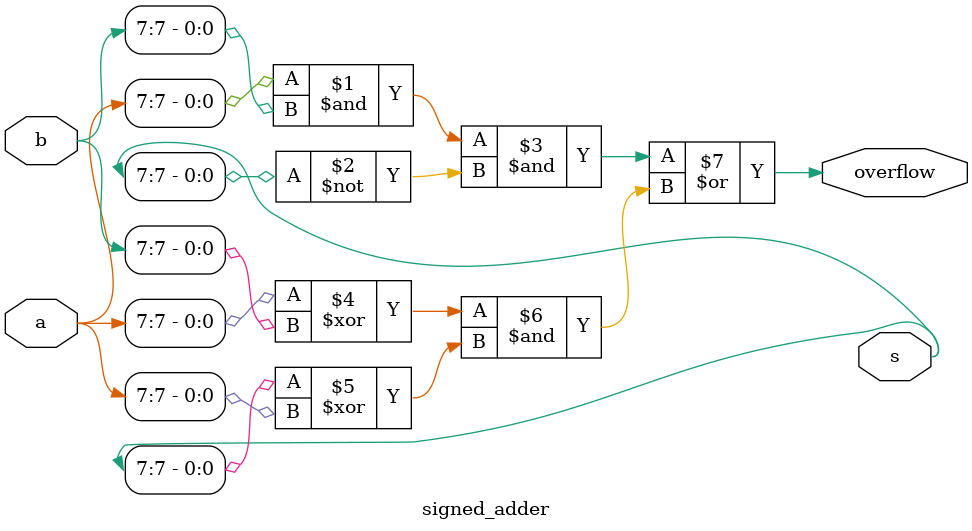
<source format=v>

module signed_adder(input [7:0] a,
    input [7:0] b,
    output [7:0] s,
    output overflow
); 

// The numbers a and b are added to the output s. 
// assign the occurence of the signed overflow of a and b to the output overflow.
// a signed overflow occurs if the most significant bits of a and b are low and the most significant bit of s is high
// a signed overflow may also occur if the most significant bits of a and b are high and the most significant bit of s is low


assign overflow = (a[7] & b[7] & ~s[7]) | ((a[7] ^ b[7]) & (s[7] ^ a[7]));
// $display("a 0 to 7 = %b \n b 0 to 7 = %b\n s 0 to 7 = %b\noverflow 0 to 7 = %b\n",a[6:0], b[6:0], s[6:0], overflow[6:0]);
// $display("a 7 to 7 = %b \n b 7 to 7 = %b\n s 7 to 7 = %b\noverflow 7 to 7 = %b\n",a[6:0], b[6:0], s[6:0], overflow[6:0]);

// $display("a \n b \n s \noverflow");

endmodule

</source>
